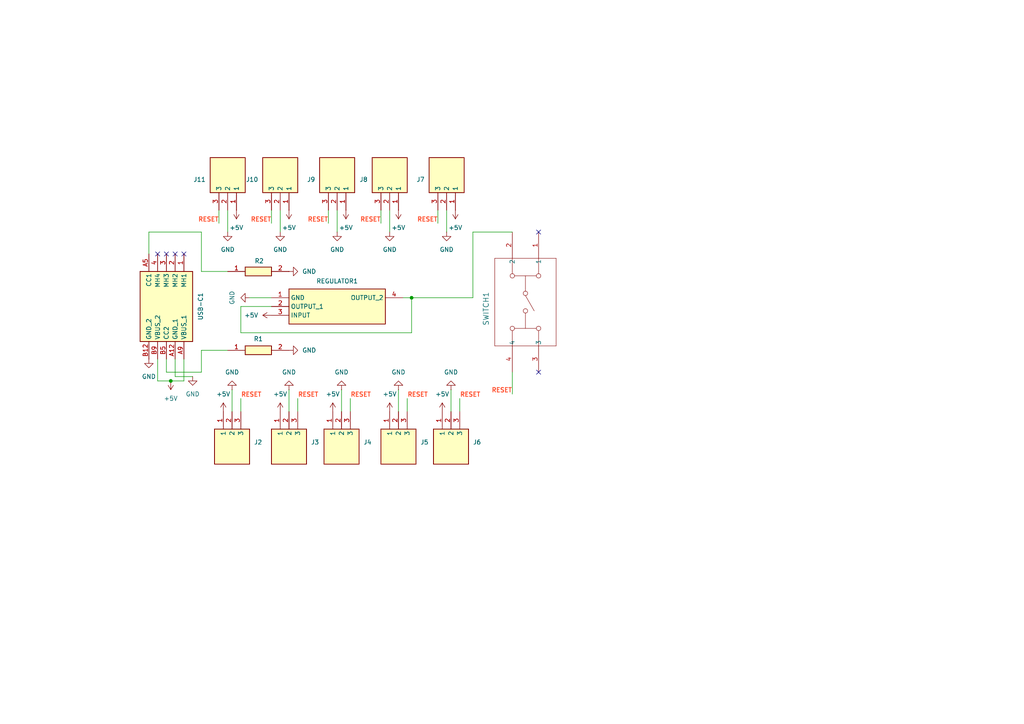
<source format=kicad_sch>
(kicad_sch (version 20250114) (generator "eeschema") (generator_version "9.0")
  (paper "A4")
  (lib_symbols
    (symbol "2025-12-29_20-17-10:1-1825910-4" (pin_names (offset 0.254))
      (property "Reference" "SW" (at 20.32 10.16 0))
      (property "Value" "1-1825910-4" (at 20.32 7.62 0))
      (symbol "1-1825910-4_0_1"
        (polyline (pts (xy 7.62 5.08) (xy 7.62 -12.7)) (stroke (width 0.127)))
        (polyline (pts (xy 7.62 0) (xy 12.065 0)) (stroke (width 0.127)))
        (polyline (pts (xy 7.62 -7.62) (xy 12.065 -7.62)) (stroke (width 0.127)))
        (polyline (pts (xy 7.62 -12.7) (xy 33.02 -12.7)) (stroke (width 0.127)))
        (circle (center 12.7 0) (radius 0.635) (stroke (width 0.127)))
        (polyline (pts (xy 12.7 -0.635) (xy 12.7 -6.985)) (stroke (width 0.127)))
        (polyline (pts (xy 12.7 -3.81) (xy 17.145 -3.81)) (stroke (width 0.127)))
        (circle (center 12.7 -7.62) (radius 0.635) (stroke (width 0.127)))
        (circle (center 17.78 -3.81) (radius 0.635) (stroke (width 0.127)))
        (polyline (pts (xy 18.415 -3.81) (xy 22.86 -1.27)) (stroke (width 0.127)))
        (circle (center 22.86 -3.81) (radius 0.635) (stroke (width 0.127)))
        (circle (center 27.94 0) (radius 0.635) (stroke (width 0.127)))
        (polyline (pts (xy 27.94 -0.635) (xy 27.94 -6.985)) (stroke (width 0.127)))
        (polyline (pts (xy 27.94 -3.81) (xy 23.495 -3.81)) (stroke (width 0.127)))
        (circle (center 27.94 -7.62) (radius 0.635) (stroke (width 0.127)))
        (polyline (pts (xy 33.02 5.08) (xy 7.62 5.08)) (stroke (width 0.127)))
        (polyline (pts (xy 33.02 0) (xy 28.575 0)) (stroke (width 0.127)))
        (polyline (pts (xy 33.02 -7.62) (xy 28.575 -7.62)) (stroke (width 0.127)))
        (polyline (pts (xy 33.02 -12.7) (xy 33.02 5.08)) (stroke (width 0.127)))
        (pin unspecified line (at 0 0 0) (length 7.62) (name "1") (number "1"))
        (pin unspecified line (at 0 -7.62 0) (length 7.62) (name "2") (number "2"))
        (pin unspecified line (at 40.64 0 180) (length 7.62) (name "3") (number "3"))
        (pin unspecified line (at 40.64 -7.62 180) (length 7.62) (name "4") (number "4"))
      )
    )
    (symbol "CR0603-FX-5101ELF:CR0603-FX-5101ELF" (pin_names (hide yes))
      (property "Reference" "R" (at 13.97 6.35 0))
      (property "Value" "CR0603-FX-5101ELF" (at 13.97 3.81 0))
      (symbol "CR0603-FX-5101ELF_1_1"
        (rectangle (start 5.08 1.27) (end 12.7 -1.27) (stroke (width 0.254)) (fill (type background)))
        (pin passive line (at 0 0 0) (length 5.08) (name "1") (number "1"))
        (pin passive line (at 17.78 0 180) (length 5.08) (name "2") (number "2"))
      )
    )
    (symbol "LMS8117AMP-3_3_NOPB:LMS8117AMP-3.3_NOPB"
      (property "Reference" "IC" (at 34.29 7.62 0))
      (property "Value" "LMS8117AMP-3.3_NOPB" (at 34.29 5.08 0))
      (symbol "LMS8117AMP-3.3_NOPB_1_1"
        (rectangle (start 5.08 2.54) (end 33.02 -7.62) (stroke (width 0.254)) (fill (type background)))
        (pin passive line (at 0 0 0) (length 5.08) (name "GND") (number "1"))
        (pin passive line (at 0 -2.54 0) (length 5.08) (name "OUTPUT_1") (number "2"))
        (pin passive line (at 0 -5.08 0) (length 5.08) (name "INPUT") (number "3"))
        (pin passive line (at 38.1 0 180) (length 5.08) (name "OUTPUT_2") (number "4"))
      )
    )
    (symbol "S3B-PH-K-S-GW:S3B-PH-K-S-GW"
      (property "Reference" "J" (at 16.51 7.62 0))
      (property "Value" "S3B-PH-K-S-GW" (at 16.51 5.08 0))
      (symbol "S3B-PH-K-S-GW_1_1"
        (rectangle (start 5.08 2.54) (end 15.24 -7.62) (stroke (width 0.254)) (fill (type background)))
        (pin passive line (at 0 0 0) (length 5.08) (name "3") (number "3"))
        (pin passive line (at 0 -2.54 0) (length 5.08) (name "2") (number "2"))
        (pin passive line (at 0 -5.08 0) (length 5.08) (name "1") (number "1"))
      )
    )
    (symbol "UJC-H-G-SMT-2-P6-TR:UJC-H-G-SMT-2-P6-TR"
      (property "Reference" "J" (at 26.67 7.62 0))
      (property "Value" "UJC-H-G-SMT-2-P6-TR" (at 26.67 5.08 0))
      (symbol "UJC-H-G-SMT-2-P6-TR_1_1"
        (rectangle (start 5.08 2.54) (end 25.4 -12.7) (stroke (width 0.254)) (fill (type background)))
        (pin passive line (at 0 0 0) (length 5.08) (name "MH1") (number "1"))
        (pin passive line (at 0 -2.54 0) (length 5.08) (name "MH2") (number "2"))
        (pin passive line (at 0 -5.08 0) (length 5.08) (name "MH3") (number "3"))
        (pin passive line (at 0 -7.62 0) (length 5.08) (name "MH4") (number "4"))
        (pin passive line (at 0 -10.16 0) (length 5.08) (name "CC1") (number "A5"))
        (pin passive line (at 30.48 0 180) (length 5.08) (name "VBUS_1") (number "A9"))
        (pin passive line (at 30.48 -2.54 180) (length 5.08) (name "GND_1") (number "A12"))
        (pin passive line (at 30.48 -5.08 180) (length 5.08) (name "CC2") (number "B5"))
        (pin passive line (at 30.48 -7.62 180) (length 5.08) (name "VBUS_2") (number "B9"))
        (pin passive line (at 30.48 -10.16 180) (length 5.08) (name "GND_2") (number "B12"))
      )
    )
    (symbol "power:+5V" (power) (pin_numbers (hide yes)) (pin_names (offset 0) (hide yes))
      (property "Value" "+5V" (at 0 3.556 0))
      (symbol "+5V_0_1"
        (polyline (pts (xy -0.762 1.27) (xy 0 2.54)))
        (polyline (pts (xy 0 2.54) (xy 0.762 1.27)))
        (polyline (pts (xy 0 0) (xy 0 2.54)))
      )
      (symbol "+5V_1_1"
        (pin power_in line (at 0 0 90) (length 0) (name "~") (number "1"))
      )
    )
    (symbol "power:GND" (power) (pin_numbers (hide yes)) (pin_names (offset 0) (hide yes))
      (property "Value" "GND" (at 0 -3.81 0))
      (symbol "GND_0_1"
        (polyline (pts (xy 0 0) (xy 0 -1.27) (xy 1.27 -1.27) (xy 0 -2.54) (xy -1.27 -1.27) (xy 0 -1.27)))
      )
      (symbol "GND_1_1"
        (pin power_in line (at 0 0 270) (length 0) (name "~") (number "1"))
      )
    )
  )
  (junction (at 49.53 110.49))
  (junction (at 119.38 86.36))
  (no_connect (at 50.8 73.66))
  (no_connect (at 53.34 73.66))
  (no_connect (at 156.21 107.95))
  (no_connect (at 156.21 67.31))
  (no_connect (at 48.26 73.66))
  (no_connect (at 45.72 73.66))
  (wire (pts (xy 119.38 86.36) (xy 137.16 86.36)))
  (wire (pts (xy 45.72 104.14) (xy 45.72 110.49)))
  (wire (pts (xy 95.25 60.96) (xy 95.25 64.77)))
  (wire (pts (xy 50.8 109.22) (xy 50.8 104.14)))
  (wire (pts (xy 116.84 86.36) (xy 119.38 86.36)))
  (wire (pts (xy 69.85 88.9) (xy 69.85 96.52)))
  (wire (pts (xy 58.42 67.31) (xy 43.18 67.31)))
  (wire (pts (xy 48.26 107.95) (xy 48.26 104.14)))
  (wire (pts (xy 45.72 110.49) (xy 49.53 110.49)))
  (wire (pts (xy 81.28 67.31) (xy 81.28 60.96)))
  (wire (pts (xy 66.04 101.6) (xy 58.42 101.6)))
  (wire (pts (xy 86.36 119.38) (xy 86.36 115.57)))
  (wire (pts (xy 148.59 114.3) (xy 148.59 107.95)))
  (wire (pts (xy 78.74 88.9) (xy 69.85 88.9)))
  (wire (pts (xy 133.35 119.38) (xy 133.35 115.57)))
  (wire (pts (xy 110.49 60.96) (xy 110.49 64.77)))
  (wire (pts (xy 67.31 113.03) (xy 67.31 119.38)))
  (wire (pts (xy 137.16 86.36) (xy 137.16 67.31)))
  (wire (pts (xy 69.85 119.38) (xy 69.85 115.57)))
  (wire (pts (xy 101.6 119.38) (xy 101.6 115.57)))
  (wire (pts (xy 43.18 67.31) (xy 43.18 73.66)))
  (wire (pts (xy 137.16 67.31) (xy 148.59 67.31)))
  (wire (pts (xy 118.11 119.38) (xy 118.11 115.57)))
  (wire (pts (xy 63.5 60.96) (xy 63.5 64.77)))
  (wire (pts (xy 49.53 110.49) (xy 53.34 110.49)))
  (wire (pts (xy 99.06 113.03) (xy 99.06 119.38)))
  (wire (pts (xy 115.57 113.03) (xy 115.57 119.38)))
  (wire (pts (xy 130.81 113.03) (xy 130.81 119.38)))
  (wire (pts (xy 58.42 78.74) (xy 58.42 67.31)))
  (wire (pts (xy 72.39 86.36) (xy 78.74 86.36)))
  (wire (pts (xy 78.74 60.96) (xy 78.74 64.77)))
  (wire (pts (xy 129.54 67.31) (xy 129.54 60.96)))
  (wire (pts (xy 69.85 96.52) (xy 119.38 96.52)))
  (wire (pts (xy 53.34 110.49) (xy 53.34 104.14)))
  (wire (pts (xy 66.04 67.31) (xy 66.04 60.96)))
  (wire (pts (xy 58.42 101.6) (xy 58.42 107.95)))
  (wire (pts (xy 58.42 107.95) (xy 48.26 107.95)))
  (wire (pts (xy 55.88 109.22) (xy 50.8 109.22)))
  (wire (pts (xy 113.03 67.31) (xy 113.03 60.96)))
  (wire (pts (xy 127 60.96) (xy 127 64.77)))
  (wire (pts (xy 66.04 78.74) (xy 58.42 78.74)))
  (wire (pts (xy 97.79 67.31) (xy 97.79 60.96)))
  (wire (pts (xy 119.38 96.52) (xy 119.38 86.36)))
  (wire (pts (xy 83.82 113.03) (xy 83.82 119.38)))
  (label "RESET" (at 148.59 114.3 180) (effects (font (thickness 0.254) (bold yes))))
  (label "RESET" (at 63.5 64.77 180) (effects (font (thickness 0.254) (bold yes))))
  (label "RESET" (at 110.49 64.77 180) (effects (font (thickness 0.254) (bold yes))))
  (label "RESET" (at 95.25 64.77 180) (effects (font (thickness 0.254) (bold yes))))
  (label "RESET" (at 118.11 115.57 0) (effects (font (thickness 0.254) (bold yes))))
  (label "RESET" (at 86.36 115.57 0) (effects (font (thickness 0.254) (bold yes))))
  (label "RESET" (at 133.35 115.57 0) (effects (font (thickness 0.254) (bold yes))))
  (label "RESET" (at 69.85 115.57 0) (effects (font (thickness 0.254) (bold yes))))
  (label "RESET" (at 78.74 64.77 180) (effects (font (thickness 0.254) (bold yes))))
  (label "RESET" (at 127 64.77 180) (effects (font (thickness 0.254) (bold yes))))
  (label "RESET" (at 101.6 115.57 0) (effects (font (thickness 0.254) (bold yes))))
  (symbol (lib_id "power:GND") (at 115.57 113.03 180) (unit 1)
    (property "Reference" "#PWR020" (effects (hide yes)))
    (property "Value" "GND" (at 115.57 107.95 0))
    (property "Description" "Power symbol creates a global label with name \"GND\" , ground" (effects (hide yes)))
  )
  (symbol (lib_id "power:GND") (at 43.18 104.14 0) (unit 1)
    (property "Reference" "#PWR03" (effects (hide yes)))
    (property "Value" "GND" (at 43.18 109.22 0))
    (property "Description" "Power symbol creates a global label with name \"GND\" , ground" (effects (hide yes)))
  )
  (symbol (lib_id "S3B-PH-K-S-GW:S3B-PH-K-S-GW") (at 110.49 60.96 90) (unit 1)
    (property "Reference" "J8" (at 106.68 52.0701 90) (effects (justify left)))
    (property "Value" "S3B-PH-K-S-GW" (effects (hide yes)))
    (property "Footprint" "BOROR:S3BPHKSGW" (effects (hide yes)))
    (property "Datasheet" "https://www.jst-mfg.com/product/pdf/eng/ePH.pdf" (effects (hide yes)))
    (property "Description" "Connector Header Through Hole, Right Angle 3 position 0.079\" (2.00mm)" (effects (hide yes)))
    (property "Height" "4.8" (effects (hide yes)))
    (property "Mouser Part Number" "306-S3B-PH-K-S-GW" (effects (hide yes)))
    (property "Mouser Price/Stock" "https://www.mouser.co.uk/ProductDetail/JST-Commercial/S3B-PH-K-S-GW?qs=QpmGXVUTftELXF4WxsGzCQ%3D%3D" (effects (hide yes)))
    (property "Manufacturer_Name" "JST (JAPAN SOLDERLESS TERMINALS)" (effects (hide yes)))
    (property "Manufacturer_Part_Number" "S3B-PH-K-S-GW" (effects (hide yes)))
  )
  (symbol (lib_id "power:GND") (at 97.79 67.31 0) (unit 1)
    (property "Reference" "#PWR024" (effects (hide yes)))
    (property "Value" "GND" (at 97.79 72.39 0))
    (property "Description" "Power symbol creates a global label with name \"GND\" , ground" (effects (hide yes)))
  )
  (symbol (lib_id "S3B-PH-K-S-GW:S3B-PH-K-S-GW") (at 127 60.96 90) (unit 1)
    (property "Reference" "J7" (at 123.19 52.0701 90) (effects (justify left)))
    (property "Value" "S3B-PH-K-S-GW" (effects (hide yes)))
    (property "Footprint" "BOROR:S3BPHKSGW" (effects (hide yes)))
    (property "Datasheet" "https://www.jst-mfg.com/product/pdf/eng/ePH.pdf" (effects (hide yes)))
    (property "Description" "Connector Header Through Hole, Right Angle 3 position 0.079\" (2.00mm)" (effects (hide yes)))
    (property "Height" "4.8" (effects (hide yes)))
    (property "Mouser Part Number" "306-S3B-PH-K-S-GW" (effects (hide yes)))
    (property "Mouser Price/Stock" "https://www.mouser.co.uk/ProductDetail/JST-Commercial/S3B-PH-K-S-GW?qs=QpmGXVUTftELXF4WxsGzCQ%3D%3D" (effects (hide yes)))
    (property "Manufacturer_Name" "JST (JAPAN SOLDERLESS TERMINALS)" (effects (hide yes)))
    (property "Manufacturer_Part_Number" "S3B-PH-K-S-GW" (effects (hide yes)))
  )
  (symbol (lib_id "power:GND") (at 81.28 67.31 0) (unit 1)
    (property "Reference" "#PWR023" (effects (hide yes)))
    (property "Value" "GND" (at 81.28 72.39 0))
    (property "Description" "Power symbol creates a global label with name \"GND\" , ground" (effects (hide yes)))
  )
  (symbol (lib_id "CR0603-FX-5101ELF:CR0603-FX-5101ELF") (at 66.04 78.74 0) (unit 1)
    (property "Reference" "R2" (at 75.184 75.692 0))
    (property "Value" "CR0603-FX-5101ELF" (effects (hide yes)))
    (property "Footprint" "BOROR:RESC1608X55N" (effects (hide yes)))
    (property "Datasheet" "https://www.bourns.com/pdfs/chpreztr.pdf" (effects (hide yes)))
    (property "Description" "BOURNS - CR0603-FX-5101ELF - RES, THICK FILM, 5K1, 1%, 0.1W, 0603" (effects (hide yes)))
    (property "Height" "0.55" (effects (hide yes)))
    (property "Mouser Part Number" "652-CR0603FX-5101ELF" (effects (hide yes)))
    (property "Mouser Price/Stock" "https://www.mouser.co.uk/ProductDetail/Bourns/CR0603-FX-5101ELF?qs=0nF2VnfAjXkzZl7D0jRjmQ%3D%3D" (effects (hide yes)))
    (property "Manufacturer_Name" "Bourns" (effects (hide yes)))
    (property "Manufacturer_Part_Number" "CR0603-FX-5101ELF" (effects (hide yes)))
  )
  (symbol (lib_id "LMS8117AMP-3_3_NOPB:LMS8117AMP-3.3_NOPB") (at 78.74 86.36 0) (unit 1)
    (property "Reference" "REGULATOR1" (at 97.79 81.534 0))
    (property "Value" "LMS8117AMP-3.3_NOPB" (effects (hide yes)))
    (property "Footprint" "BOROR:SOT230P700X180-4N" (effects (hide yes)))
    (property "Datasheet" "https://www.ti.com/lit/ds/symlink/lms8117a.pdf?ts=1607588040067&ref_url=https%253A%252F%252Fwww.ti.com%252Fstore%252Fti%252Fen%252Fp%252Fproduct%252F%253Fp%253DLMS8117AMP-3.3%252FNOPB%2526keyMatch%253DLMS8117AMP-3.3%252FNOPB%2526tisearch%253DSearch-EN-eve" (effects (hide yes)))
    (property "Description" "LMS8117AMP-3.3/NOPB, Low Dropout Voltage Regulator, 1A, 3.3 V +/-1%, 2.5  15 Vin, 4-Pin SOT-223" (effects (hide yes)))
    (property "Height" "1.8" (effects (hide yes)))
    (property "Mouser Part Number" "926-LMS8117AMP33NOPB" (effects (hide yes)))
    (property "Mouser Price/Stock" "https://www.mouser.co.uk/ProductDetail/Texas-Instruments/LMS8117AMP-3.3-NOPB?qs=7lkVKPoqpbZFA2Dk3hw4bA%3D%3D" (effects (hide yes)))
    (property "Manufacturer_Name" "Texas Instruments" (effects (hide yes)))
    (property "Manufacturer_Part_Number" "LMS8117AMP-3.3/NOPB" (effects (hide yes)))
  )
  (symbol (lib_id "power:GND") (at 130.81 113.03 180) (unit 1)
    (property "Reference" "#PWR021" (effects (hide yes)))
    (property "Value" "GND" (at 130.81 107.95 0))
    (property "Description" "Power symbol creates a global label with name \"GND\" , ground" (effects (hide yes)))
  )
  (symbol (lib_id "power:GND") (at 129.54 67.31 0) (unit 1)
    (property "Reference" "#PWR026" (effects (hide yes)))
    (property "Value" "GND" (at 129.54 72.39 0))
    (property "Description" "Power symbol creates a global label with name \"GND\" , ground" (effects (hide yes)))
  )
  (symbol (lib_id "power:GND") (at 66.04 67.31 0) (unit 1)
    (property "Reference" "#PWR022" (effects (hide yes)))
    (property "Value" "GND" (at 66.04 72.39 0))
    (property "Description" "Power symbol creates a global label with name \"GND\" , ground" (effects (hide yes)))
  )
  (symbol (lib_id "power:GND") (at 83.82 101.6 90) (unit 1)
    (property "Reference" "#PWR01" (effects (hide yes)))
    (property "Value" "GND" (at 87.63 101.5999 90) (effects (justify right)))
    (property "Description" "Power symbol creates a global label with name \"GND\" , ground" (effects (hide yes)))
  )
  (symbol (lib_id "power:GND") (at 67.31 113.03 180) (unit 1)
    (property "Reference" "#PWR018" (effects (hide yes)))
    (property "Value" "GND" (at 67.31 107.95 0))
    (property "Description" "Power symbol creates a global label with name \"GND\" , ground" (effects (hide yes)))
  )
  (symbol (lib_id "S3B-PH-K-S-GW:S3B-PH-K-S-GW") (at 101.6 119.38 270) (unit 1)
    (property "Reference" "J4" (at 105.41 128.2699 90) (effects (justify left)))
    (property "Value" "S3B-PH-K-S-GW" (effects (hide yes)))
    (property "Footprint" "BOROR:S3BPHKSGW" (effects (hide yes)))
    (property "Datasheet" "https://www.jst-mfg.com/product/pdf/eng/ePH.pdf" (effects (hide yes)))
    (property "Description" "Connector Header Through Hole, Right Angle 3 position 0.079\" (2.00mm)" (effects (hide yes)))
    (property "Height" "4.8" (effects (hide yes)))
    (property "Mouser Part Number" "306-S3B-PH-K-S-GW" (effects (hide yes)))
    (property "Mouser Price/Stock" "https://www.mouser.co.uk/ProductDetail/JST-Commercial/S3B-PH-K-S-GW?qs=QpmGXVUTftELXF4WxsGzCQ%3D%3D" (effects (hide yes)))
    (property "Manufacturer_Name" "JST (JAPAN SOLDERLESS TERMINALS)" (effects (hide yes)))
    (property "Manufacturer_Part_Number" "S3B-PH-K-S-GW" (effects (hide yes)))
  )
  (symbol (lib_id "S3B-PH-K-S-GW:S3B-PH-K-S-GW") (at 118.11 119.38 270) (unit 1)
    (property "Reference" "J5" (at 121.92 128.2699 90) (effects (justify left)))
    (property "Value" "S3B-PH-K-S-GW" (effects (hide yes)))
    (property "Footprint" "BOROR:S3BPHKSGW" (effects (hide yes)))
    (property "Datasheet" "https://www.jst-mfg.com/product/pdf/eng/ePH.pdf" (effects (hide yes)))
    (property "Description" "Connector Header Through Hole, Right Angle 3 position 0.079\" (2.00mm)" (effects (hide yes)))
    (property "Height" "4.8" (effects (hide yes)))
    (property "Mouser Part Number" "306-S3B-PH-K-S-GW" (effects (hide yes)))
    (property "Mouser Price/Stock" "https://www.mouser.co.uk/ProductDetail/JST-Commercial/S3B-PH-K-S-GW?qs=QpmGXVUTftELXF4WxsGzCQ%3D%3D" (effects (hide yes)))
    (property "Manufacturer_Name" "JST (JAPAN SOLDERLESS TERMINALS)" (effects (hide yes)))
    (property "Manufacturer_Part_Number" "S3B-PH-K-S-GW" (effects (hide yes)))
  )
  (symbol (lib_id "S3B-PH-K-S-GW:S3B-PH-K-S-GW") (at 133.35 119.38 270) (unit 1)
    (property "Reference" "J6" (at 137.16 128.2699 90) (effects (justify left)))
    (property "Value" "S3B-PH-K-S-GW" (effects (hide yes)))
    (property "Footprint" "BOROR:S3BPHKSGW" (effects (hide yes)))
    (property "Datasheet" "https://www.jst-mfg.com/product/pdf/eng/ePH.pdf" (effects (hide yes)))
    (property "Description" "Connector Header Through Hole, Right Angle 3 position 0.079\" (2.00mm)" (effects (hide yes)))
    (property "Height" "4.8" (effects (hide yes)))
    (property "Mouser Part Number" "306-S3B-PH-K-S-GW" (effects (hide yes)))
    (property "Mouser Price/Stock" "https://www.mouser.co.uk/ProductDetail/JST-Commercial/S3B-PH-K-S-GW?qs=QpmGXVUTftELXF4WxsGzCQ%3D%3D" (effects (hide yes)))
    (property "Manufacturer_Name" "JST (JAPAN SOLDERLESS TERMINALS)" (effects (hide yes)))
    (property "Manufacturer_Part_Number" "S3B-PH-K-S-GW" (effects (hide yes)))
  )
  (symbol (lib_id "power:+5V") (at 128.27 119.38 0) (unit 1)
    (property "Reference" "#PWR010" (effects (hide yes)))
    (property "Value" "+5V" (at 128.27 114.3 0))
    (property "Description" "Power symbol creates a global label with name \"+5V\"" (effects (hide yes)))
  )
  (symbol (lib_id "power:GND") (at 83.82 113.03 180) (unit 1)
    (property "Reference" "#PWR017" (effects (hide yes)))
    (property "Value" "GND" (at 83.82 107.95 0))
    (property "Description" "Power symbol creates a global label with name \"GND\" , ground" (effects (hide yes)))
  )
  (symbol (lib_id "power:GND") (at 113.03 67.31 0) (unit 1)
    (property "Reference" "#PWR025" (effects (hide yes)))
    (property "Value" "GND" (at 113.03 72.39 0))
    (property "Description" "Power symbol creates a global label with name \"GND\" , ground" (effects (hide yes)))
  )
  (symbol (lib_id "power:+5V") (at 96.52 119.38 0) (unit 1)
    (property "Reference" "#PWR08" (effects (hide yes)))
    (property "Value" "+5V" (at 96.52 114.3 0))
    (property "Description" "Power symbol creates a global label with name \"+5V\"" (effects (hide yes)))
  )
  (symbol (lib_id "S3B-PH-K-S-GW:S3B-PH-K-S-GW") (at 95.25 60.96 90) (unit 1)
    (property "Reference" "J9" (at 91.44 52.0701 90) (effects (justify left)))
    (property "Value" "S3B-PH-K-S-GW" (effects (hide yes)))
    (property "Footprint" "BOROR:S3BPHKSGW" (effects (hide yes)))
    (property "Datasheet" "https://www.jst-mfg.com/product/pdf/eng/ePH.pdf" (effects (hide yes)))
    (property "Description" "Connector Header Through Hole, Right Angle 3 position 0.079\" (2.00mm)" (effects (hide yes)))
    (property "Height" "4.8" (effects (hide yes)))
    (property "Mouser Part Number" "306-S3B-PH-K-S-GW" (effects (hide yes)))
    (property "Mouser Price/Stock" "https://www.mouser.co.uk/ProductDetail/JST-Commercial/S3B-PH-K-S-GW?qs=QpmGXVUTftELXF4WxsGzCQ%3D%3D" (effects (hide yes)))
    (property "Manufacturer_Name" "JST (JAPAN SOLDERLESS TERMINALS)" (effects (hide yes)))
    (property "Manufacturer_Part_Number" "S3B-PH-K-S-GW" (effects (hide yes)))
  )
  (symbol (lib_id "power:+5V") (at 78.74 91.44 90) (unit 1)
    (property "Reference" "#PWR016" (effects (hide yes)))
    (property "Value" "+5V" (at 74.93 91.4399 90) (effects (justify left)))
    (property "Description" "Power symbol creates a global label with name \"+5V\"" (effects (hide yes)))
  )
  (symbol (lib_id "power:+5V") (at 49.53 110.49 180) (unit 1)
    (property "Reference" "#PWR04" (effects (hide yes)))
    (property "Value" "+5V" (at 49.53 115.57 0))
    (property "Description" "Power symbol creates a global label with name \"+5V\"" (effects (hide yes)))
  )
  (symbol (lib_id "power:+5V") (at 83.82 60.96 180) (unit 1)
    (property "Reference" "#PWR014" (effects (hide yes)))
    (property "Value" "+5V" (at 83.82 66.04 0))
    (property "Description" "Power symbol creates a global label with name \"+5V\"" (effects (hide yes)))
  )
  (symbol (lib_id "power:+5V") (at 100.33 60.96 180) (unit 1)
    (property "Reference" "#PWR013" (effects (hide yes)))
    (property "Value" "+5V" (at 100.33 66.04 0))
    (property "Description" "Power symbol creates a global label with name \"+5V\"" (effects (hide yes)))
  )
  (symbol (lib_id "S3B-PH-K-S-GW:S3B-PH-K-S-GW") (at 78.74 60.96 90) (unit 1)
    (property "Reference" "J10" (at 74.93 52.0701 90) (effects (justify left)))
    (property "Value" "S3B-PH-K-S-GW" (effects (hide yes)))
    (property "Footprint" "BOROR:S3BPHKSGW" (effects (hide yes)))
    (property "Datasheet" "https://www.jst-mfg.com/product/pdf/eng/ePH.pdf" (effects (hide yes)))
    (property "Description" "Connector Header Through Hole, Right Angle 3 position 0.079\" (2.00mm)" (effects (hide yes)))
    (property "Height" "4.8" (effects (hide yes)))
    (property "Mouser Part Number" "306-S3B-PH-K-S-GW" (effects (hide yes)))
    (property "Mouser Price/Stock" "https://www.mouser.co.uk/ProductDetail/JST-Commercial/S3B-PH-K-S-GW?qs=QpmGXVUTftELXF4WxsGzCQ%3D%3D" (effects (hide yes)))
    (property "Manufacturer_Name" "JST (JAPAN SOLDERLESS TERMINALS)" (effects (hide yes)))
    (property "Manufacturer_Part_Number" "S3B-PH-K-S-GW" (effects (hide yes)))
  )
  (symbol (lib_id "power:+5V") (at 132.08 60.96 180) (unit 1)
    (property "Reference" "#PWR011" (effects (hide yes)))
    (property "Value" "+5V" (at 132.08 66.04 0))
    (property "Description" "Power symbol creates a global label with name \"+5V\"" (effects (hide yes)))
  )
  (symbol (lib_id "power:GND") (at 99.06 113.03 180) (unit 1)
    (property "Reference" "#PWR019" (effects (hide yes)))
    (property "Value" "GND" (at 99.06 107.95 0))
    (property "Description" "Power symbol creates a global label with name \"GND\" , ground" (effects (hide yes)))
  )
  (symbol (lib_id "power:+5V") (at 81.28 119.38 0) (unit 1)
    (property "Reference" "#PWR07" (effects (hide yes)))
    (property "Value" "+5V" (at 81.28 114.3 0))
    (property "Description" "Power symbol creates a global label with name \"+5V\"" (effects (hide yes)))
  )
  (symbol (lib_id "power:+5V") (at 64.77 119.38 0) (unit 1)
    (property "Reference" "#PWR06" (effects (hide yes)))
    (property "Value" "+5V" (at 64.77 114.3 0))
    (property "Description" "Power symbol creates a global label with name \"+5V\"" (effects (hide yes)))
  )
  (symbol (lib_id "power:+5V") (at 115.57 60.96 180) (unit 1)
    (property "Reference" "#PWR012" (effects (hide yes)))
    (property "Value" "+5V" (at 115.57 66.04 0))
    (property "Description" "Power symbol creates a global label with name \"+5V\"" (effects (hide yes)))
  )
  (symbol (lib_id "power:GND") (at 55.88 109.22 0) (unit 1)
    (property "Reference" "#PWR05" (effects (hide yes)))
    (property "Value" "GND" (at 55.88 114.3 0))
    (property "Description" "Power symbol creates a global label with name \"GND\" , ground" (effects (hide yes)))
  )
  (symbol (lib_id "power:+5V") (at 68.58 60.96 180) (unit 1)
    (property "Reference" "#PWR015" (effects (hide yes)))
    (property "Value" "+5V" (at 68.58 66.04 0))
    (property "Description" "Power symbol creates a global label with name \"+5V\"" (effects (hide yes)))
  )
  (symbol (lib_id "power:+5V") (at 113.03 119.38 0) (unit 1)
    (property "Reference" "#PWR09" (effects (hide yes)))
    (property "Value" "+5V" (at 113.03 114.3 0))
    (property "Description" "Power symbol creates a global label with name \"+5V\"" (effects (hide yes)))
  )
  (symbol (lib_id "UJC-H-G-SMT-2-P6-TR:UJC-H-G-SMT-2-P6-TR") (at 53.34 73.66 270) (unit 1)
    (property "Reference" "USB-C1" (at 58.166 84.836 0) (effects (justify left)))
    (property "Value" "UJC-H-G-SMT-2-P6-TR" (effects (hide yes)))
    (property "Footprint" "BOROR:UJCHGSMT2P6TR" (effects (hide yes)))
    (property "Datasheet" "https://www.sameskydevices.com/product/resource/UJC-H-G-SMT-2-P6-TR.pdf" (effects (hide yes)))
    (property "Description" "UJC-H-G-SMT-2-P6-TR - Type C, Power Only, 30 Vdc, 5 A, Horizontal, Surface Mount, Anchor Pins Mounting Style, Surface Mount Contact Pin Type, Gold Plated 1 in, 6 Pins, USB Receptacle" (effects (hide yes)))
    (property "Height" "3.36" (effects (hide yes)))
    (property "Mouser Part Number" "179-UJCHGSMT2P6TR" (effects (hide yes)))
    (property "Mouser Price/Stock" "https://www.mouser.co.uk/ProductDetail/Same-Sky/UJC-H-G-SMT-2-P6-TR?qs=IKkN%2F947nfApFV8T6rOqww%3D%3D" (effects (hide yes)))
    (property "Manufacturer_Name" "Same Sky" (effects (hide yes)))
    (property "Manufacturer_Part_Number" "UJC-H-G-SMT-2-P6-TR" (effects (hide yes)))
  )
  (symbol (lib_id "S3B-PH-K-S-GW:S3B-PH-K-S-GW") (at 86.36 119.38 270) (unit 1)
    (property "Reference" "J3" (at 90.17 128.2699 90) (effects (justify left)))
    (property "Value" "S3B-PH-K-S-GW" (effects (hide yes)))
    (property "Footprint" "BOROR:S3BPHKSGW" (effects (hide yes)))
    (property "Datasheet" "https://www.jst-mfg.com/product/pdf/eng/ePH.pdf" (effects (hide yes)))
    (property "Description" "Connector Header Through Hole, Right Angle 3 position 0.079\" (2.00mm)" (effects (hide yes)))
    (property "Height" "4.8" (effects (hide yes)))
    (property "Mouser Part Number" "306-S3B-PH-K-S-GW" (effects (hide yes)))
    (property "Mouser Price/Stock" "https://www.mouser.co.uk/ProductDetail/JST-Commercial/S3B-PH-K-S-GW?qs=QpmGXVUTftELXF4WxsGzCQ%3D%3D" (effects (hide yes)))
    (property "Manufacturer_Name" "JST (JAPAN SOLDERLESS TERMINALS)" (effects (hide yes)))
    (property "Manufacturer_Part_Number" "S3B-PH-K-S-GW" (effects (hide yes)))
  )
  (symbol (lib_id "power:GND") (at 83.82 78.74 90) (unit 1)
    (property "Reference" "#PWR02" (effects (hide yes)))
    (property "Value" "GND" (at 87.63 78.7399 90) (effects (justify right)))
    (property "Description" "Power symbol creates a global label with name \"GND\" , ground" (effects (hide yes)))
  )
  (symbol (lib_id "S3B-PH-K-S-GW:S3B-PH-K-S-GW") (at 69.85 119.38 270) (unit 1)
    (property "Reference" "J2" (at 73.66 128.2699 90) (effects (justify left)))
    (property "Value" "S3B-PH-K-S-GW" (effects (hide yes)))
    (property "Footprint" "BOROR:S3BPHKSGW" (effects (hide yes)))
    (property "Datasheet" "https://www.jst-mfg.com/product/pdf/eng/ePH.pdf" (effects (hide yes)))
    (property "Description" "Connector Header Through Hole, Right Angle 3 position 0.079\" (2.00mm)" (effects (hide yes)))
    (property "Height" "4.8" (effects (hide yes)))
    (property "Mouser Part Number" "306-S3B-PH-K-S-GW" (effects (hide yes)))
    (property "Mouser Price/Stock" "https://www.mouser.co.uk/ProductDetail/JST-Commercial/S3B-PH-K-S-GW?qs=QpmGXVUTftELXF4WxsGzCQ%3D%3D" (effects (hide yes)))
    (property "Manufacturer_Name" "JST (JAPAN SOLDERLESS TERMINALS)" (effects (hide yes)))
    (property "Manufacturer_Part_Number" "S3B-PH-K-S-GW" (effects (hide yes)))
  )
  (symbol (lib_id "CR0603-FX-5101ELF:CR0603-FX-5101ELF") (at 66.04 101.6 0) (unit 1)
    (property "Reference" "R1" (at 74.93 98.298 0))
    (property "Value" "CR0603-FX-5101ELF" (effects (hide yes)))
    (property "Footprint" "BOROR:RESC1608X55N" (effects (hide yes)))
    (property "Datasheet" "https://www.bourns.com/pdfs/chpreztr.pdf" (effects (hide yes)))
    (property "Description" "BOURNS - CR0603-FX-5101ELF - RES, THICK FILM, 5K1, 1%, 0.1W, 0603" (effects (hide yes)))
    (property "Height" "0.55" (effects (hide yes)))
    (property "Mouser Part Number" "652-CR0603FX-5101ELF" (effects (hide yes)))
    (property "Mouser Price/Stock" "https://www.mouser.co.uk/ProductDetail/Bourns/CR0603-FX-5101ELF?qs=0nF2VnfAjXkzZl7D0jRjmQ%3D%3D" (effects (hide yes)))
    (property "Manufacturer_Name" "Bourns" (effects (hide yes)))
    (property "Manufacturer_Part_Number" "CR0603-FX-5101ELF" (effects (hide yes)))
  )
  (symbol (lib_id "S3B-PH-K-S-GW:S3B-PH-K-S-GW") (at 63.5 60.96 90) (unit 1)
    (property "Reference" "J11" (at 59.69 52.0701 90) (effects (justify left)))
    (property "Value" "S3B-PH-K-S-GW" (effects (hide yes)))
    (property "Footprint" "BOROR:S3BPHKSGW" (effects (hide yes)))
    (property "Datasheet" "https://www.jst-mfg.com/product/pdf/eng/ePH.pdf" (effects (hide yes)))
    (property "Description" "Connector Header Through Hole, Right Angle 3 position 0.079\" (2.00mm)" (effects (hide yes)))
    (property "Height" "4.8" (effects (hide yes)))
    (property "Mouser Part Number" "306-S3B-PH-K-S-GW" (effects (hide yes)))
    (property "Mouser Price/Stock" "https://www.mouser.co.uk/ProductDetail/JST-Commercial/S3B-PH-K-S-GW?qs=QpmGXVUTftELXF4WxsGzCQ%3D%3D" (effects (hide yes)))
    (property "Manufacturer_Name" "JST (JAPAN SOLDERLESS TERMINALS)" (effects (hide yes)))
    (property "Manufacturer_Part_Number" "S3B-PH-K-S-GW" (effects (hide yes)))
  )
  (symbol (lib_id "2025-12-29_20-17-10:1-1825910-4") (at 156.21 67.31 270) (unit 1)
    (property "Reference" "SWITCH1" (at 140.97 84.582 0) (effects (font (size 1.524 1.524)) (justify left)))
    (property "Value" "1-1825910-4" (effects (hide yes)))
    (property "Footprint" "BOROR:SW4_1825910-D_TEC" (effects (hide yes)))
    (property "Datasheet" "1-1825910-4" (effects (hide yes)))
  )
  (symbol (lib_id "power:GND") (at 72.39 86.36 270) (unit 1)
    (property "Reference" "#PWR027" (effects (hide yes)))
    (property "Value" "GND" (at 67.31 86.36 0))
    (property "Description" "Power symbol creates a global label with name \"GND\" , ground" (effects (hide yes)))
  )
)
</source>
